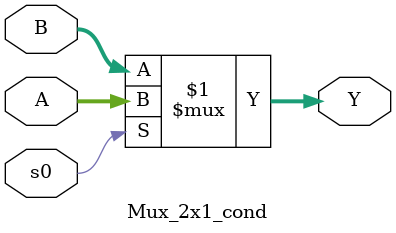
<source format=v>

module Mux_2x1_cond #(parameter Width = 2) (
	input [Width-1:0] A,B,
	input s0,
	output [Width-1:0] Y);

assign Y = s0 ? A : B;

endmodule

</source>
